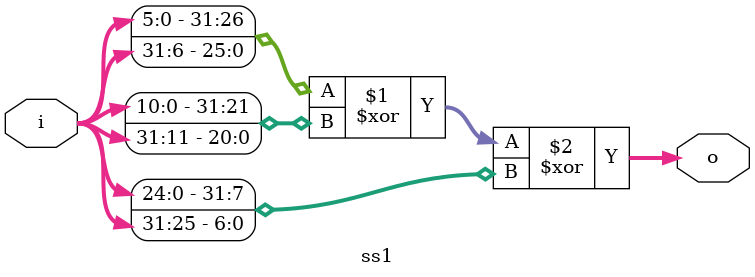
<source format=sv>


module ss1(
	 input wire [31:0] i,
	 output wire [31:0] o
	 );
   assign o = {i[5:0],i[31:6]}^{i[10:0],i[31:11]}^{i[24:0],i[31:25]};

endmodule // m

</source>
